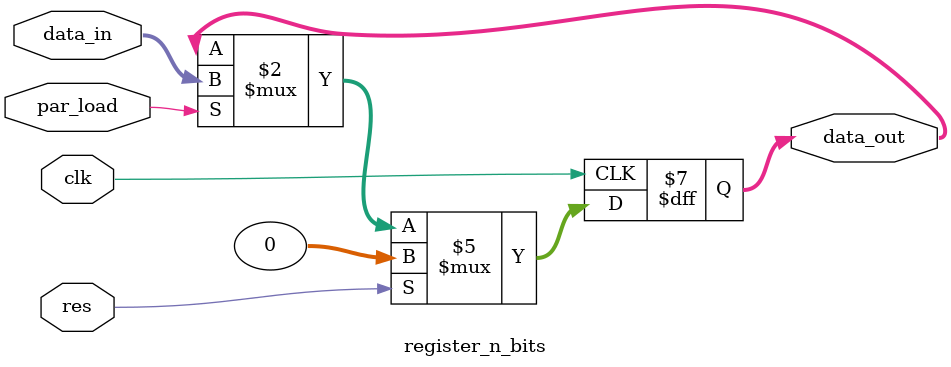
<source format=v>
module register_n_bits(
    clk,
    res,
    par_load,
    data_in,
    data_out
    );
    
    parameter WIDTH = 32;
    input clk, par_load, res;
    input [WIDTH-1 : 0] data_in;
    output reg [WIDTH - 1 : 0] data_out;
    
    always @(posedge clk) begin
        
        if (res)
            data_out <= 0;
        else if (par_load)
            data_out <= data_in;
                    
    end 
    
endmodule
</source>
